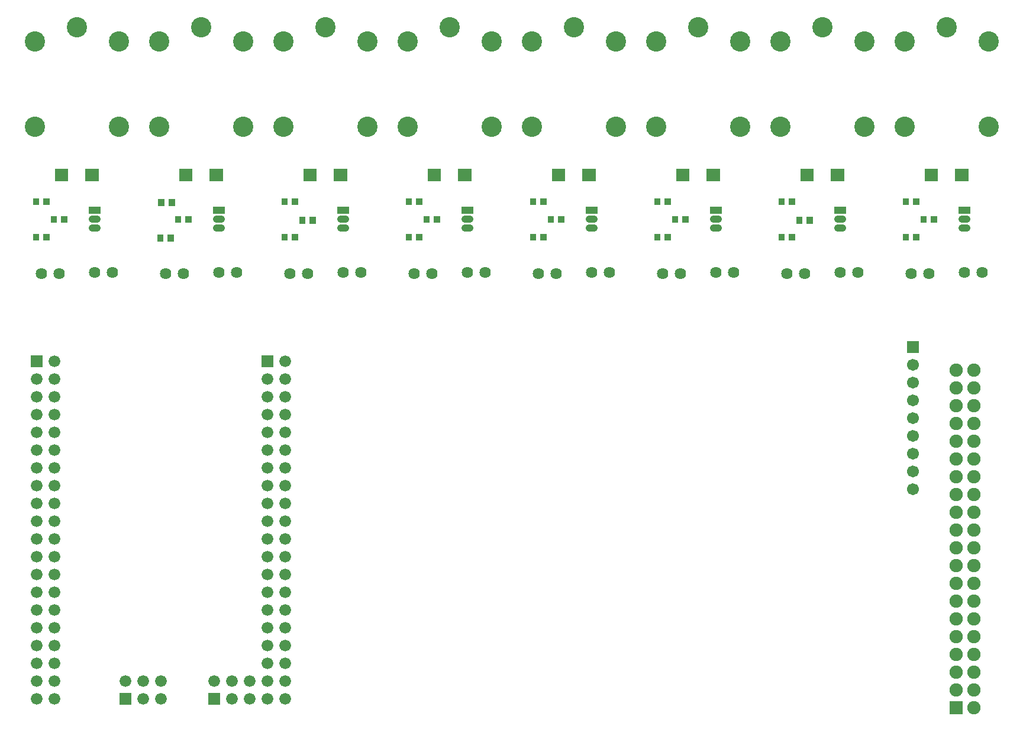
<source format=gts>
G04 Layer: TopSolderMaskLayer*
G04 EasyEDA v6.5.1, 2022-03-22 03:02:58*
G04 bf67d1bc75334a149d351373cee676c1,2944274e32f549b18320765f93dd2344,10*
G04 Gerber Generator version 0.2*
G04 Scale: 100 percent, Rotated: No, Reflected: No *
G04 Dimensions in millimeters *
G04 leading zeros omitted , absolute positions ,4 integer and 5 decimal *
%FSLAX45Y45*%
%MOMM*%

%ADD34C,1.0016*%
%ADD35C,1.6764*%
%ADD37C,1.6256*%
%ADD38R,1.9000X1.9000*%
%ADD39C,1.9000*%
%ADD43C,2.8956*%
%ADD45C,1.7016*%

%LPD*%
D34*
X2066998Y8001000D02*
G01*
X1996998Y8001000D01*
X2066998Y8128000D02*
G01*
X1996998Y8128000D01*
X3844998Y8001000D02*
G01*
X3774998Y8001000D01*
X3844998Y8128000D02*
G01*
X3774998Y8128000D01*
X5622998Y8001000D02*
G01*
X5552998Y8001000D01*
X5622998Y8128000D02*
G01*
X5552998Y8128000D01*
X7400998Y8001000D02*
G01*
X7330998Y8001000D01*
X7400998Y8128000D02*
G01*
X7330998Y8128000D01*
X9178998Y8001000D02*
G01*
X9108998Y8001000D01*
X9178998Y8128000D02*
G01*
X9108998Y8128000D01*
X10956998Y8001000D02*
G01*
X10886998Y8001000D01*
X10956998Y8128000D02*
G01*
X10886998Y8128000D01*
X12734998Y8001000D02*
G01*
X12664998Y8001000D01*
X12734998Y8128000D02*
G01*
X12664998Y8128000D01*
X14512998Y8001000D02*
G01*
X14442998Y8001000D01*
X14512998Y8128000D02*
G01*
X14442998Y8128000D01*
D35*
G01*
X2984500Y1524000D03*
G01*
X2984500Y1270000D03*
G01*
X2730500Y1524000D03*
G01*
X2730500Y1270000D03*
G01*
X2476500Y1524000D03*
G36*
X2392679Y1186179D02*
G01*
X2392679Y1353820D01*
X2560320Y1353820D01*
X2560320Y1186179D01*
G37*
G36*
X3662679Y1186179D02*
G01*
X3662679Y1353820D01*
X3830320Y1353820D01*
X3830320Y1186179D01*
G37*
G01*
X3746500Y1524000D03*
G01*
X4000500Y1270000D03*
G01*
X4000500Y1524000D03*
G01*
X4254500Y1270000D03*
G01*
X4254500Y1524000D03*
G01*
X4762500Y1270000D03*
G01*
X4508500Y1270000D03*
G01*
X4762500Y1524000D03*
G01*
X4508500Y1524000D03*
G01*
X4762500Y1778000D03*
G01*
X4508500Y1778000D03*
G01*
X4762500Y2032000D03*
G01*
X4508500Y2032000D03*
G01*
X4762500Y2286000D03*
G01*
X4508500Y2286000D03*
G01*
X4762500Y2540000D03*
G01*
X4508500Y2540000D03*
G01*
X4762500Y2794000D03*
G01*
X4508500Y2794000D03*
G01*
X4762500Y3048000D03*
G01*
X4508500Y3048000D03*
G01*
X4762500Y3302000D03*
G01*
X4508500Y3302000D03*
G01*
X4762500Y3556000D03*
G01*
X4508500Y3556000D03*
G01*
X4762500Y3810000D03*
G01*
X4508500Y3810000D03*
G01*
X4762500Y4064000D03*
G01*
X4508500Y4064000D03*
G01*
X4762500Y4318000D03*
G01*
X4508500Y4318000D03*
G01*
X4762500Y4572000D03*
G01*
X4508500Y4572000D03*
G01*
X4762500Y4826000D03*
G01*
X4508500Y4826000D03*
G01*
X4762500Y5080000D03*
G01*
X4508500Y5080000D03*
G01*
X4762500Y5334000D03*
G01*
X4508500Y5334000D03*
G01*
X4762500Y5588000D03*
G01*
X4508500Y5588000D03*
G01*
X4762500Y5842000D03*
G01*
X4508500Y5842000D03*
G01*
X4762500Y6096000D03*
G36*
X4424679Y6012179D02*
G01*
X4424679Y6179820D01*
X4592320Y6179820D01*
X4592320Y6012179D01*
G37*
D37*
G01*
X1270000Y7353300D03*
G01*
X1524000Y7353300D03*
G01*
X2032000Y7366000D03*
G01*
X2286000Y7366000D03*
G01*
X3810000Y7366000D03*
G01*
X4064000Y7366000D03*
G01*
X3048000Y7353300D03*
G01*
X3302000Y7353300D03*
G01*
X5588000Y7366000D03*
G01*
X5842000Y7366000D03*
G01*
X4826000Y7353300D03*
G01*
X5080000Y7353300D03*
G01*
X7366000Y7366000D03*
G01*
X7620000Y7366000D03*
G01*
X6604000Y7353300D03*
G01*
X6858000Y7353300D03*
G01*
X9144000Y7366000D03*
G01*
X9398000Y7366000D03*
G01*
X8382000Y7353300D03*
G01*
X8636000Y7353300D03*
G01*
X10922000Y7366000D03*
G01*
X11176000Y7366000D03*
G01*
X10160000Y7353300D03*
G01*
X10414000Y7353300D03*
G01*
X12700000Y7366000D03*
G01*
X12954000Y7366000D03*
G01*
X11938000Y7353300D03*
G01*
X12192000Y7353300D03*
G01*
X14478000Y7366000D03*
G01*
X14732000Y7366000D03*
G01*
X13716000Y7353300D03*
G01*
X13970000Y7353300D03*
D38*
G01*
X14363700Y1143000D03*
D39*
G01*
X14617700Y1143000D03*
G01*
X14363700Y1397000D03*
G01*
X14617700Y1397000D03*
G01*
X14363700Y1651000D03*
G01*
X14617700Y1651000D03*
G01*
X14363700Y1905000D03*
G01*
X14617700Y1905000D03*
G01*
X14363700Y2159000D03*
G01*
X14617700Y2159000D03*
G01*
X14363700Y2413000D03*
G01*
X14617700Y2413000D03*
G01*
X14363700Y2667000D03*
G01*
X14617700Y2667000D03*
G01*
X14363700Y2921000D03*
G01*
X14617700Y2921000D03*
G01*
X14363700Y3175000D03*
G01*
X14617700Y3175000D03*
G01*
X14363700Y3429000D03*
G01*
X14617700Y3429000D03*
G01*
X14363700Y3683000D03*
G01*
X14617700Y3683000D03*
G01*
X14363700Y3937000D03*
G01*
X14617700Y3937000D03*
G01*
X14363700Y4191000D03*
G01*
X14617700Y4191000D03*
G01*
X14363700Y4445000D03*
G01*
X14617700Y4445000D03*
G01*
X14363700Y4699000D03*
G01*
X14617700Y4699000D03*
G01*
X14363700Y4953000D03*
G01*
X14617700Y4953000D03*
G01*
X14363700Y5207000D03*
G01*
X14617700Y5207000D03*
G01*
X14363700Y5461000D03*
G01*
X14617700Y5461000D03*
G01*
X14363700Y5715000D03*
G01*
X14617700Y5715000D03*
G01*
X14363700Y5969000D03*
G01*
X14617700Y5969000D03*
G36*
X1902205Y8672829D02*
G01*
X1902205Y8853170D01*
X2092452Y8853170D01*
X2092452Y8672829D01*
G37*
G36*
X1463547Y8672829D02*
G01*
X1463547Y8853170D01*
X1653794Y8853170D01*
X1653794Y8672829D01*
G37*
G36*
X3680206Y8672829D02*
G01*
X3680206Y8853170D01*
X3870452Y8853170D01*
X3870452Y8672829D01*
G37*
G36*
X3241547Y8672829D02*
G01*
X3241547Y8853170D01*
X3431793Y8853170D01*
X3431793Y8672829D01*
G37*
G36*
X5458206Y8672829D02*
G01*
X5458206Y8853170D01*
X5648452Y8853170D01*
X5648452Y8672829D01*
G37*
G36*
X5019547Y8672829D02*
G01*
X5019547Y8853170D01*
X5209793Y8853170D01*
X5209793Y8672829D01*
G37*
G36*
X7236206Y8672829D02*
G01*
X7236206Y8853170D01*
X7426452Y8853170D01*
X7426452Y8672829D01*
G37*
G36*
X6797547Y8672829D02*
G01*
X6797547Y8853170D01*
X6987793Y8853170D01*
X6987793Y8672829D01*
G37*
G36*
X9014206Y8672829D02*
G01*
X9014206Y8853170D01*
X9204452Y8853170D01*
X9204452Y8672829D01*
G37*
G36*
X8575547Y8672829D02*
G01*
X8575547Y8853170D01*
X8765793Y8853170D01*
X8765793Y8672829D01*
G37*
G36*
X10792206Y8672829D02*
G01*
X10792206Y8853170D01*
X10982452Y8853170D01*
X10982452Y8672829D01*
G37*
G36*
X10353547Y8672829D02*
G01*
X10353547Y8853170D01*
X10543793Y8853170D01*
X10543793Y8672829D01*
G37*
G36*
X12570206Y8672829D02*
G01*
X12570206Y8853170D01*
X12760452Y8853170D01*
X12760452Y8672829D01*
G37*
G36*
X12131547Y8672829D02*
G01*
X12131547Y8853170D01*
X12321793Y8853170D01*
X12321793Y8672829D01*
G37*
G36*
X14348206Y8672829D02*
G01*
X14348206Y8853170D01*
X14538452Y8853170D01*
X14538452Y8672829D01*
G37*
G36*
X13909547Y8672829D02*
G01*
X13909547Y8853170D01*
X14099793Y8853170D01*
X14099793Y8672829D01*
G37*
G36*
X1122679Y6012179D02*
G01*
X1122679Y6179820D01*
X1290320Y6179820D01*
X1290320Y6012179D01*
G37*
D35*
G01*
X1460500Y6096000D03*
G01*
X1206500Y5842000D03*
G01*
X1460500Y5842000D03*
G01*
X1206500Y5588000D03*
G01*
X1460500Y5588000D03*
G01*
X1206500Y5334000D03*
G01*
X1460500Y5334000D03*
G01*
X1206500Y5080000D03*
G01*
X1460500Y5080000D03*
G01*
X1206500Y4826000D03*
G01*
X1460500Y4826000D03*
G01*
X1206500Y4572000D03*
G01*
X1460500Y4572000D03*
G01*
X1206500Y4318000D03*
G01*
X1460500Y4318000D03*
G01*
X1206500Y4064000D03*
G01*
X1460500Y4064000D03*
G01*
X1206500Y3810000D03*
G01*
X1460500Y3810000D03*
G01*
X1206500Y3556000D03*
G01*
X1460500Y3556000D03*
G01*
X1206500Y3302000D03*
G01*
X1460500Y3302000D03*
G01*
X1206500Y3048000D03*
G01*
X1460500Y3048000D03*
G01*
X1206500Y2794000D03*
G01*
X1460500Y2794000D03*
G01*
X1206500Y2540000D03*
G01*
X1460500Y2540000D03*
G01*
X1206500Y2286000D03*
G01*
X1460500Y2286000D03*
G01*
X1206500Y2032000D03*
G01*
X1460500Y2032000D03*
G01*
X1206500Y1778000D03*
G01*
X1460500Y1778000D03*
G01*
X1206500Y1524000D03*
G01*
X1460500Y1524000D03*
G01*
X1206500Y1270000D03*
G01*
X1460500Y1270000D03*
G36*
X1946909Y8204962D02*
G01*
X1946909Y8305037D01*
X2117090Y8305037D01*
X2117090Y8204962D01*
G37*
G36*
X3724909Y8204962D02*
G01*
X3724909Y8305037D01*
X3895090Y8305037D01*
X3895090Y8204962D01*
G37*
G36*
X5502909Y8204962D02*
G01*
X5502909Y8305037D01*
X5673090Y8305037D01*
X5673090Y8204962D01*
G37*
G36*
X7280909Y8204962D02*
G01*
X7280909Y8305037D01*
X7451090Y8305037D01*
X7451090Y8204962D01*
G37*
G36*
X9058909Y8204962D02*
G01*
X9058909Y8305037D01*
X9229090Y8305037D01*
X9229090Y8204962D01*
G37*
G36*
X10836909Y8204962D02*
G01*
X10836909Y8305037D01*
X11007090Y8305037D01*
X11007090Y8204962D01*
G37*
G36*
X12614909Y8204962D02*
G01*
X12614909Y8305037D01*
X12785090Y8305037D01*
X12785090Y8204962D01*
G37*
G36*
X14392909Y8204962D02*
G01*
X14392909Y8305037D01*
X14563090Y8305037D01*
X14563090Y8204962D01*
G37*
G36*
X1299971Y8333739D02*
G01*
X1299971Y8430260D01*
X1390650Y8430260D01*
X1390650Y8333739D01*
G37*
G36*
X1149350Y8333739D02*
G01*
X1149350Y8430260D01*
X1240028Y8430260D01*
X1240028Y8333739D01*
G37*
G36*
X1299971Y7825739D02*
G01*
X1299971Y7922260D01*
X1390650Y7922260D01*
X1390650Y7825739D01*
G37*
G36*
X1149350Y7825739D02*
G01*
X1149350Y7922260D01*
X1240028Y7922260D01*
X1240028Y7825739D01*
G37*
G36*
X1553971Y8079739D02*
G01*
X1553971Y8176260D01*
X1644650Y8176260D01*
X1644650Y8079739D01*
G37*
G36*
X1403350Y8079739D02*
G01*
X1403350Y8176260D01*
X1494028Y8176260D01*
X1494028Y8079739D01*
G37*
G36*
X3090672Y8321039D02*
G01*
X3090672Y8417560D01*
X3181350Y8417560D01*
X3181350Y8321039D01*
G37*
G36*
X2940050Y8321039D02*
G01*
X2940050Y8417560D01*
X3030727Y8417560D01*
X3030727Y8321039D01*
G37*
G36*
X3077972Y7813039D02*
G01*
X3077972Y7909560D01*
X3168650Y7909560D01*
X3168650Y7813039D01*
G37*
G36*
X2927350Y7813039D02*
G01*
X2927350Y7909560D01*
X3018027Y7909560D01*
X3018027Y7813039D01*
G37*
G36*
X3331972Y8079739D02*
G01*
X3331972Y8176260D01*
X3422650Y8176260D01*
X3422650Y8079739D01*
G37*
G36*
X3181350Y8079739D02*
G01*
X3181350Y8176260D01*
X3272027Y8176260D01*
X3272027Y8079739D01*
G37*
G36*
X4855972Y8333739D02*
G01*
X4855972Y8430260D01*
X4946650Y8430260D01*
X4946650Y8333739D01*
G37*
G36*
X4705350Y8333739D02*
G01*
X4705350Y8430260D01*
X4796027Y8430260D01*
X4796027Y8333739D01*
G37*
G36*
X4855972Y7825739D02*
G01*
X4855972Y7922260D01*
X4946650Y7922260D01*
X4946650Y7825739D01*
G37*
G36*
X4705350Y7825739D02*
G01*
X4705350Y7922260D01*
X4796027Y7922260D01*
X4796027Y7825739D01*
G37*
G36*
X5109972Y8067039D02*
G01*
X5109972Y8163560D01*
X5200650Y8163560D01*
X5200650Y8067039D01*
G37*
G36*
X4959350Y8067039D02*
G01*
X4959350Y8163560D01*
X5050027Y8163560D01*
X5050027Y8067039D01*
G37*
G36*
X6633972Y8333739D02*
G01*
X6633972Y8430260D01*
X6724650Y8430260D01*
X6724650Y8333739D01*
G37*
G36*
X6483350Y8333739D02*
G01*
X6483350Y8430260D01*
X6574027Y8430260D01*
X6574027Y8333739D01*
G37*
G36*
X6633972Y7825739D02*
G01*
X6633972Y7922260D01*
X6724650Y7922260D01*
X6724650Y7825739D01*
G37*
G36*
X6483350Y7825739D02*
G01*
X6483350Y7922260D01*
X6574027Y7922260D01*
X6574027Y7825739D01*
G37*
G36*
X6887972Y8079739D02*
G01*
X6887972Y8176260D01*
X6978650Y8176260D01*
X6978650Y8079739D01*
G37*
G36*
X6737350Y8079739D02*
G01*
X6737350Y8176260D01*
X6828027Y8176260D01*
X6828027Y8079739D01*
G37*
G36*
X8411972Y8333739D02*
G01*
X8411972Y8430260D01*
X8502650Y8430260D01*
X8502650Y8333739D01*
G37*
G36*
X8261350Y8333739D02*
G01*
X8261350Y8430260D01*
X8352027Y8430260D01*
X8352027Y8333739D01*
G37*
G36*
X8411972Y7825739D02*
G01*
X8411972Y7922260D01*
X8502650Y7922260D01*
X8502650Y7825739D01*
G37*
G36*
X8261350Y7825739D02*
G01*
X8261350Y7922260D01*
X8352027Y7922260D01*
X8352027Y7825739D01*
G37*
G36*
X8665972Y8079739D02*
G01*
X8665972Y8176260D01*
X8756650Y8176260D01*
X8756650Y8079739D01*
G37*
G36*
X8515350Y8079739D02*
G01*
X8515350Y8176260D01*
X8606027Y8176260D01*
X8606027Y8079739D01*
G37*
G36*
X10189972Y8333739D02*
G01*
X10189972Y8430260D01*
X10280650Y8430260D01*
X10280650Y8333739D01*
G37*
G36*
X10039350Y8333739D02*
G01*
X10039350Y8430260D01*
X10130027Y8430260D01*
X10130027Y8333739D01*
G37*
G36*
X10189972Y7825739D02*
G01*
X10189972Y7922260D01*
X10280650Y7922260D01*
X10280650Y7825739D01*
G37*
G36*
X10039350Y7825739D02*
G01*
X10039350Y7922260D01*
X10130027Y7922260D01*
X10130027Y7825739D01*
G37*
G36*
X10443972Y8079739D02*
G01*
X10443972Y8176260D01*
X10534650Y8176260D01*
X10534650Y8079739D01*
G37*
G36*
X10293350Y8079739D02*
G01*
X10293350Y8176260D01*
X10384027Y8176260D01*
X10384027Y8079739D01*
G37*
G36*
X11967972Y8333739D02*
G01*
X11967972Y8430260D01*
X12058650Y8430260D01*
X12058650Y8333739D01*
G37*
G36*
X11817350Y8333739D02*
G01*
X11817350Y8430260D01*
X11908027Y8430260D01*
X11908027Y8333739D01*
G37*
G36*
X11967972Y7825739D02*
G01*
X11967972Y7922260D01*
X12058650Y7922260D01*
X12058650Y7825739D01*
G37*
G36*
X11817350Y7825739D02*
G01*
X11817350Y7922260D01*
X11908027Y7922260D01*
X11908027Y7825739D01*
G37*
G36*
X12221972Y8067039D02*
G01*
X12221972Y8163560D01*
X12312650Y8163560D01*
X12312650Y8067039D01*
G37*
G36*
X12071350Y8067039D02*
G01*
X12071350Y8163560D01*
X12162027Y8163560D01*
X12162027Y8067039D01*
G37*
G36*
X13745972Y8333739D02*
G01*
X13745972Y8430260D01*
X13836650Y8430260D01*
X13836650Y8333739D01*
G37*
G36*
X13595350Y8333739D02*
G01*
X13595350Y8430260D01*
X13686027Y8430260D01*
X13686027Y8333739D01*
G37*
G36*
X13745972Y7825739D02*
G01*
X13745972Y7922260D01*
X13836650Y7922260D01*
X13836650Y7825739D01*
G37*
G36*
X13595350Y7825739D02*
G01*
X13595350Y7922260D01*
X13686027Y7922260D01*
X13686027Y7825739D01*
G37*
G36*
X13999972Y8079739D02*
G01*
X13999972Y8176260D01*
X14090650Y8176260D01*
X14090650Y8079739D01*
G37*
G36*
X13849350Y8079739D02*
G01*
X13849350Y8176260D01*
X13940027Y8176260D01*
X13940027Y8079739D01*
G37*
D43*
G01*
X6512052Y9449993D03*
G01*
X7112000Y10870006D03*
G01*
X7711998Y10670006D03*
G01*
X6512001Y10670006D03*
G01*
X7711947Y9449993D03*
G01*
X4734052Y9449993D03*
G01*
X5334000Y10870006D03*
G01*
X5933998Y10670006D03*
G01*
X4734001Y10670006D03*
G01*
X5933947Y9449993D03*
G01*
X2956052Y9449993D03*
G01*
X3556000Y10870006D03*
G01*
X4155998Y10670006D03*
G01*
X2956001Y10670006D03*
G01*
X4155947Y9449993D03*
G01*
X1178052Y9449993D03*
G01*
X1778000Y10870006D03*
G01*
X2377998Y10670006D03*
G01*
X1178001Y10670006D03*
G01*
X2377947Y9449993D03*
G01*
X13624052Y9449993D03*
G01*
X14224000Y10870006D03*
G01*
X14823998Y10670006D03*
G01*
X13624001Y10670006D03*
G01*
X14823947Y9449993D03*
G01*
X11846052Y9449993D03*
G01*
X12446000Y10870006D03*
G01*
X13045998Y10670006D03*
G01*
X11846001Y10670006D03*
G01*
X13045947Y9449993D03*
G01*
X10068052Y9449993D03*
G01*
X10668000Y10870006D03*
G01*
X11267998Y10670006D03*
G01*
X10068001Y10670006D03*
G01*
X11267947Y9449993D03*
G01*
X8290052Y9449993D03*
G01*
X8890000Y10870006D03*
G01*
X9489998Y10670006D03*
G01*
X8290001Y10670006D03*
G01*
X9489947Y9449993D03*
G36*
X13656309Y6214110D02*
G01*
X13656309Y6384289D01*
X13826490Y6384289D01*
X13826490Y6214110D01*
G37*
D45*
G01*
X13741400Y6045200D03*
G01*
X13741400Y5791200D03*
G01*
X13741400Y5537200D03*
G01*
X13741400Y5283200D03*
G01*
X13741400Y5029200D03*
G01*
X13741400Y4775200D03*
G01*
X13741400Y4521200D03*
G01*
X13741400Y4267200D03*
M02*

</source>
